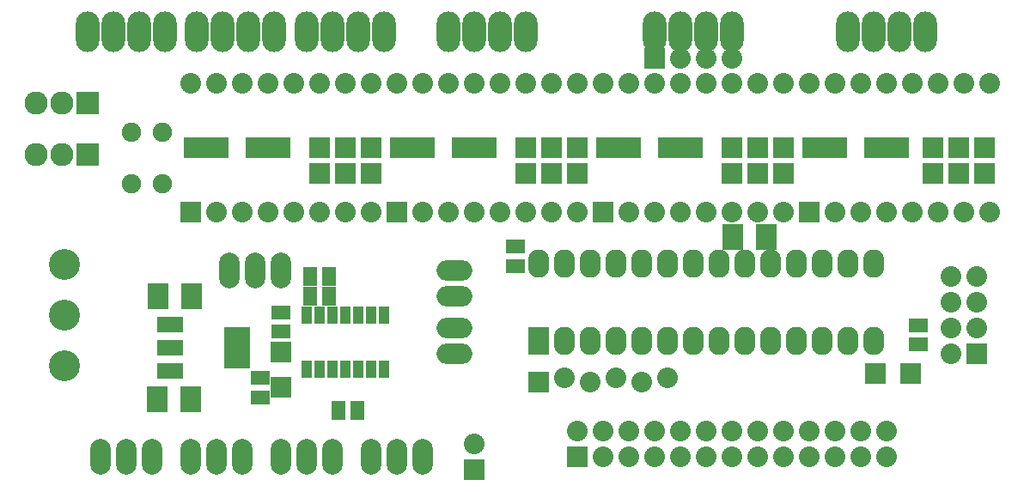
<source format=gts>
G04 (created by PCBNEW-RS274X (2012-apr-16-27)-stable) date Friday 15,March,2013 10:09:25 PM SGT*
G01*
G70*
G90*
%MOIN*%
G04 Gerber Fmt 3.4, Leading zero omitted, Abs format*
%FSLAX34Y34*%
G04 APERTURE LIST*
%ADD10C,0.006000*%
%ADD11C,0.075000*%
%ADD12R,0.080000X0.080000*%
%ADD13C,0.090000*%
%ADD14R,0.090000X0.090000*%
%ADD15O,0.090900X0.157800*%
%ADD16C,0.080000*%
%ADD17R,0.079100X0.079100*%
%ADD18C,0.120000*%
%ADD19R,0.100000X0.164000*%
%ADD20R,0.100000X0.060000*%
%ADD21R,0.040000X0.065000*%
%ADD22R,0.080000X0.100000*%
%ADD23R,0.055000X0.075000*%
%ADD24R,0.075000X0.055000*%
%ADD25O,0.082000X0.110000*%
%ADD26R,0.082000X0.110000*%
%ADD27O,0.079300X0.138700*%
%ADD28O,0.138700X0.079300*%
%ADD29R,0.177500X0.083000*%
G04 APERTURE END LIST*
G54D10*
G54D11*
X41900Y-39070D03*
X41900Y-37070D03*
X40700Y-39070D03*
X40700Y-37070D03*
G54D12*
X71800Y-38670D03*
X71800Y-37670D03*
X72800Y-38670D03*
X72800Y-37670D03*
X73800Y-38670D03*
X73800Y-37670D03*
X64000Y-38670D03*
X64000Y-37670D03*
X65000Y-38670D03*
X65000Y-37670D03*
X66000Y-38670D03*
X66000Y-37670D03*
X56000Y-38670D03*
X56000Y-37670D03*
X57000Y-38670D03*
X57000Y-37670D03*
X58000Y-38670D03*
X58000Y-37670D03*
X48000Y-38670D03*
X48000Y-37670D03*
G54D10*
G36*
X48600Y-39070D02*
X48600Y-38270D01*
X49400Y-38270D01*
X49400Y-39070D01*
X48600Y-39070D01*
X48600Y-39070D01*
G37*
G36*
X48600Y-38070D02*
X48600Y-37270D01*
X49400Y-37270D01*
X49400Y-38070D01*
X48600Y-38070D01*
X48600Y-38070D01*
G37*
G54D12*
X50000Y-38670D03*
X50000Y-37670D03*
G54D13*
X38000Y-37920D03*
X37000Y-37920D03*
G54D14*
X39000Y-37920D03*
G54D13*
X38000Y-35920D03*
X37000Y-35920D03*
G54D14*
X39000Y-35920D03*
G54D15*
X53000Y-33170D03*
X54000Y-33170D03*
X55000Y-33170D03*
X56000Y-33170D03*
X39000Y-33170D03*
X40000Y-33170D03*
X41000Y-33170D03*
X42000Y-33170D03*
X43250Y-33170D03*
X44250Y-33170D03*
X45250Y-33170D03*
X46250Y-33170D03*
X47500Y-33170D03*
X48500Y-33170D03*
X49500Y-33170D03*
X50500Y-33170D03*
X68500Y-33170D03*
X69500Y-33170D03*
X70500Y-33170D03*
X71500Y-33170D03*
X61000Y-33170D03*
X62000Y-33170D03*
X63000Y-33170D03*
X64000Y-33170D03*
G54D12*
X67000Y-40170D03*
G54D16*
X67000Y-35170D03*
X68000Y-40170D03*
X68000Y-35170D03*
X69000Y-40170D03*
X69000Y-35170D03*
X70000Y-40170D03*
X70000Y-35170D03*
X71000Y-40170D03*
X71000Y-35170D03*
X72000Y-40170D03*
X72000Y-35170D03*
X73000Y-40170D03*
X73000Y-35170D03*
X74000Y-40170D03*
X74000Y-35170D03*
G54D12*
X59000Y-40170D03*
G54D16*
X59000Y-35170D03*
X60000Y-40170D03*
X60000Y-35170D03*
X61000Y-40170D03*
X61000Y-35170D03*
X62000Y-40170D03*
X62000Y-35170D03*
X63000Y-40170D03*
X63000Y-35170D03*
X64000Y-40170D03*
X64000Y-35170D03*
X65000Y-40170D03*
X65000Y-35170D03*
X66000Y-40170D03*
X66000Y-35170D03*
G54D12*
X51000Y-40170D03*
G54D16*
X51000Y-35170D03*
X52000Y-40170D03*
X52000Y-35170D03*
X53000Y-40170D03*
X53000Y-35170D03*
X54000Y-40170D03*
X54000Y-35170D03*
X55000Y-40170D03*
X55000Y-35170D03*
X56000Y-40170D03*
X56000Y-35170D03*
X57000Y-40170D03*
X57000Y-35170D03*
X58000Y-40170D03*
X58000Y-35170D03*
G54D12*
X43000Y-40170D03*
G54D16*
X43000Y-35170D03*
X44000Y-40170D03*
X44000Y-35170D03*
X45000Y-40170D03*
X45000Y-35170D03*
X46000Y-40170D03*
X46000Y-35170D03*
X47000Y-40170D03*
X47000Y-35170D03*
X48000Y-40170D03*
X48000Y-35170D03*
X49000Y-40170D03*
X49000Y-35170D03*
X50000Y-40170D03*
X50000Y-35170D03*
G54D17*
X46500Y-45581D03*
X46500Y-46959D03*
X69561Y-46420D03*
X70939Y-46420D03*
G54D16*
X70000Y-48670D03*
X70000Y-49670D03*
X69000Y-48670D03*
X69000Y-49670D03*
X68000Y-48670D03*
X68000Y-49670D03*
G54D12*
X58000Y-49670D03*
G54D16*
X58000Y-48670D03*
X59000Y-49670D03*
X59000Y-48670D03*
X60000Y-49670D03*
X60000Y-48670D03*
X61000Y-49670D03*
X61000Y-48670D03*
X62000Y-49670D03*
X62000Y-48670D03*
X63000Y-49670D03*
X63000Y-48670D03*
X64000Y-49670D03*
X64000Y-48670D03*
X65000Y-49670D03*
X65000Y-48670D03*
X66000Y-49670D03*
X66000Y-48670D03*
X67000Y-49670D03*
X67000Y-48670D03*
G54D18*
X38100Y-46138D03*
X38100Y-44170D03*
X38100Y-42201D03*
G54D12*
X56500Y-46750D03*
G54D16*
X57500Y-46590D03*
X58500Y-46750D03*
X59500Y-46590D03*
X60500Y-46750D03*
X61500Y-46590D03*
G54D19*
X44800Y-45420D03*
G54D20*
X42200Y-45420D03*
X42200Y-46320D03*
X42200Y-44520D03*
G54D21*
X47500Y-46270D03*
X48000Y-46270D03*
X48500Y-46270D03*
X49000Y-46270D03*
X49500Y-46270D03*
X50000Y-46270D03*
X50500Y-46270D03*
X50500Y-44170D03*
X50000Y-44170D03*
X49500Y-44170D03*
X49000Y-44170D03*
X48500Y-44170D03*
X48000Y-44170D03*
X47500Y-44170D03*
G54D22*
X41700Y-47420D03*
X43000Y-47420D03*
X41750Y-43420D03*
X43050Y-43420D03*
X64030Y-41130D03*
X65330Y-41130D03*
G54D23*
X48725Y-47870D03*
X49475Y-47870D03*
X47625Y-42670D03*
X48375Y-42670D03*
X47625Y-43420D03*
X48375Y-43420D03*
G54D24*
X45700Y-46595D03*
X45700Y-47345D03*
X71250Y-44545D03*
X71250Y-45295D03*
G54D25*
X57500Y-45170D03*
X58500Y-45170D03*
X59500Y-45170D03*
X60500Y-45170D03*
X61500Y-45170D03*
X62500Y-45170D03*
X63500Y-45170D03*
X64500Y-45170D03*
X65500Y-45170D03*
X66500Y-45170D03*
X67500Y-45170D03*
X68500Y-45170D03*
X69500Y-45170D03*
G54D26*
X56500Y-45170D03*
G54D25*
X69500Y-42170D03*
X68500Y-42170D03*
X67500Y-42170D03*
X66500Y-42170D03*
X65500Y-42170D03*
X64500Y-42170D03*
X63500Y-42170D03*
X62500Y-42170D03*
X61500Y-42170D03*
X60500Y-42170D03*
X59500Y-42170D03*
X58500Y-42170D03*
X57500Y-42170D03*
X56500Y-42170D03*
G54D27*
X46500Y-42420D03*
X45500Y-42420D03*
X44500Y-42420D03*
X50000Y-49670D03*
X51000Y-49670D03*
X52000Y-49670D03*
X39500Y-49670D03*
X40500Y-49670D03*
X41500Y-49670D03*
X43000Y-49670D03*
X44000Y-49670D03*
X45000Y-49670D03*
X46500Y-49670D03*
X47500Y-49670D03*
X48500Y-49670D03*
G54D28*
X53250Y-42420D03*
X53250Y-43420D03*
X53250Y-44670D03*
X53250Y-45670D03*
G54D12*
X54000Y-50170D03*
G54D16*
X54000Y-49170D03*
G54D29*
X43599Y-37670D03*
X46001Y-37670D03*
X51599Y-37670D03*
X54001Y-37670D03*
X59599Y-37670D03*
X62001Y-37670D03*
X67599Y-37670D03*
X70001Y-37670D03*
G54D12*
X73500Y-45670D03*
G54D16*
X72500Y-45670D03*
X73500Y-44670D03*
X72500Y-44670D03*
X73500Y-43670D03*
X72500Y-43670D03*
X73500Y-42670D03*
X72500Y-42670D03*
G54D24*
X55600Y-41495D03*
X55600Y-42245D03*
X46500Y-44045D03*
X46500Y-44795D03*
G54D12*
X61000Y-34180D03*
G54D16*
X62000Y-34180D03*
X63000Y-34180D03*
X64000Y-34180D03*
M02*

</source>
